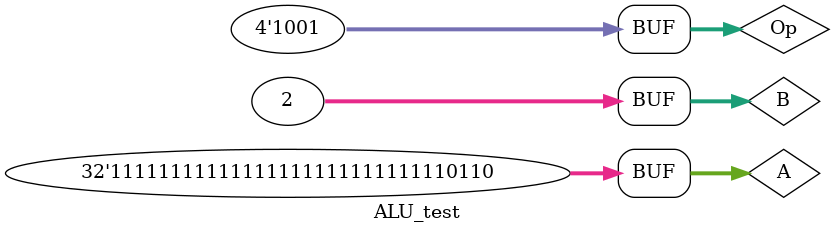
<source format=sv>
module ALU_test();
	logic [31:0] A, B;
	logic [3:0]  Op;
	logic [31:0] result;
	logic Zero, Sign;


	ALU dut(A, B, Op, result, Zero, Sign);


	initial begin

	A = -10;
	B = 2;
	Op = 9;



	end
endmodule

</source>
